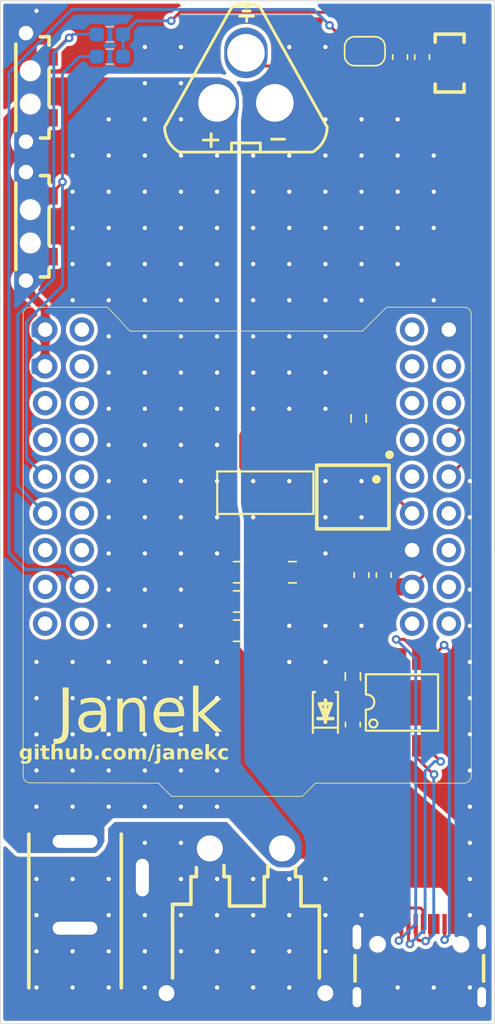
<source format=kicad_pcb>
(kicad_pcb (version 20241229) (generator "pcbnew") (generator_version "9.0")
  (layers (0 "F.Cu" signal) (2 "B.Cu" signal) (13 "F.Paste" user) (15 "B.Paste" user) (5 "F.SilkS" user "F.Silkscreen") (7 "B.SilkS" user "B.Silkscreen") (1 "F.Mask" user) (3 "B.Mask" user) (25 "Edge.Cuts" user))
  (net 0 "")
  (net 1 "+5V")
  (net 2 "GND")
  (net 3 "VBUS")
  (net 4 "Net-(JP2-B)")
  (net 5 "+3.3V")
  (net 6 "IO32{slash}MIC DATA")
  (net 7 "IO12{slash}MIC CLK")
  (net 8 "LED DATA OUT")
  (net 9 "Net-(U5-1Y)")
  (net 10 "IO33{slash}MAINBUTTON")
  (net 11 "IO34{slash}SECOND BUTTON")
  (net 12 "Net-(U3-CFG1)")
  (net 38 "IO16{slash}LED1")
  (net 39 "DP")
  (net 42 "CC2")
  (net 44 "CC1")
  (net 45 "DM")
  (footprint "easyeda2kicad:ESSOP-10_L4.9-W3.9-P1.0-LS6.0-TL-EP" (layer "F.Cu") (at 174.8 81.9)
    (property "Reference" "U3" (hide yes))
    (property "Value" "CH224A" (hide yes))
  )
  (footprint "Capacitor_SMD:C_0805_2012Metric_Pad1.18x1.45mm_HandSolder" (layer "F.Cu") (at 163.4 74.92)
    (property "Reference" "C4" (hide yes))
    (property "Value" "22uF" (hide yes))
  )
  (footprint "quinled:QuinLED-ESP32" (layer "F.Cu") (at 164.1716 70.7096)
    (property "Reference" "U1" (hide yes))
    (property "Value" "QuinLED-ESP32" (hide yes))
  )
  (footprint "Capacitor_SMD:C_0805_2012Metric_Pad1.18x1.45mm_HandSolder" (layer "F.Cu") (at 167.22 72.9)
    (property "Reference" "C7" (hide yes))
    (property "Value" "10uF" (hide yes))
  )
  (footprint "easyeda2kicad:SOD-123_L2.6-W1.6-LS3.5-RD" (layer "F.Cu") (at 169.5 82.59 90)
    (property "Reference" "D1" (hide yes))
    (property "Value" "SMF30A_C364281" (hide yes))
  )
  (footprint "Jumper:SolderJumper-2_P1.3mm_Bridged_RoundedPad1.0x1.5mm" (layer "F.Cu") (at 172.23 36.89)
    (property "Reference" "JP2" (hide yes))
    (property "Value" "SolderJumper_2_Bridged" (hide yes))
  )
  (footprint "Capacitor_SMD:C_0805_2012Metric_Pad1.18x1.45mm_HandSolder" (layer "F.Cu") (at 163.4 76.94)
    (property "Reference" "C5" (hide yes))
    (property "Value" "22uF" (hide yes))
  )
  (footprint "easyeda2kicad:KEY-TH_K2-1112SW-AXXW-XX" (layer "F.Cu") (at 149.57 48.99 180)
    (property "Reference" "SW2" (hide yes))
    (property "Value" "K2-1112SW-A4SW-04" (hide yes))
  )
  (footprint "Capacitor_SMD:C_0603_1608Metric_Pad1.08x0.95mm_HandSolder" (layer "F.Cu") (at 171.4 83.4275 90)
    (property "Reference" "C3" (hide yes))
    (property "Value" "1uF" (hide yes))
  )
  (footprint "easyeda2kicad:SOT-223-3_L6.5-W3.4-P2.30-LS7.0-BR" (layer "F.Cu") (at 165.34 67.5 -90)
    (property "Reference" "U4" (hide yes))
    (property "Value" "LM2940S-5.0" (hide yes))
  )
  (footprint "easyeda2kicad:KEY-TH_K2-1112SW-AXXW-XX" (layer "F.Cu") (at 149.57 39.39 180)
    (property "Reference" "SW3" (hide yes))
    (property "Value" "K2-1112SW-A4SW-04" (hide yes))
  )
  (footprint "Resistor_SMD:R_0603_1608Metric_Pad0.98x0.95mm_HandSolder" (layer "F.Cu") (at 171.8 62.27 -90)
    (property "Reference" "R1" (hide yes))
    (property "Value" "62R" (hide yes))
  )
  (footprint "Capacitor_SMD:C_0603_1608Metric_Pad1.08x0.95mm_HandSolder" (layer "F.Cu") (at 173.54 73.1 90)
    (property "Reference" "C1" (hide yes))
    (property "Value" "0.1uF" (hide yes))
  )
  (footprint "Capacitor_SMD:C_0603_1608Metric_Pad1.08x0.95mm_HandSolder" (layer "F.Cu") (at 176.19 37.29 90)
    (property "Reference" "C9" (hide yes))
    (property "Value" "0.1uF" (hide yes))
  )
  (footprint "Capacitor_SMD:C_0603_1608Metric_Pad1.08x0.95mm_HandSolder" (layer "F.Cu") (at 172 73.1 -90)
    (property "Reference" "C2" (hide yes))
    (property "Value" "0.1uF" (hide yes))
  )
  (footprint "easyeda2kicad:USB-C-SMD_TYPE-C16PIN" (layer "F.Cu") (at 176 99.905)
    (property "Reference" "USB1" (hide yes))
    (property "Value" "TYPE-C16PIN" (hide yes))
  )
  (footprint "easyeda2kicad:CONN-TH_XT30PW-M" (layer "F.Cu") (at 164 96.9875)
    (property "Reference" "CN1" (hide yes))
    (property "Value" "XT30PW-M" (hide yes))
  )
  (footprint "Resistor_SMD:R_0603_1608Metric_Pad0.98x0.95mm_HandSolder" (layer "F.Cu") (at 171.4 80.1 90)
    (property "Reference" "Rset1" (hide yes))
    (property "Value" "24k" (hide yes))
  )
  (footprint "easyeda2kicad:TSSOP-14_L5.0-W4.4-P0.65-LS6.5-BL" (layer "F.Cu") (at 171.4 67.7 180)
    (property "Reference" "U5" (hide yes))
    (property "Value" "SN74AHCT32QPWRQ1" (hide yes))
  )
  (footprint "easyeda2kicad:CONN-TH_MT30-M" (layer "F.Cu") (at 164 38.73 -90)
    (property "Reference" "U2" (hide yes))
    (property "Value" "MT30-F" (hide yes))
  )
  (footprint "easyeda2kicad:DC-IN-TH_DC-005-A200" (layer "F.Cu") (at 154.5 94.5 90)
    (property "Reference" "DC1" (hide yes))
    (property "Value" "DC-005-A200" (hide yes))
  )
  (footprint "easyeda2kicad:MIC-SMD_6P-L4.0-W2.0_LMD4020T261-OC3" (layer "F.Cu") (at 178.11 37.71 180)
    (property "Reference" "MIC2" (hide yes))
    (property "Value" "MSM261DGT003" (hide yes))
  )
  (footprint "Capacitor_SMD:C_0805_2012Metric_Pad1.18x1.45mm_HandSolder" (layer "F.Cu") (at 163.4 72.9)
    (property "Reference" "C6" (hide yes))
    (property "Value" "10uF" (hide yes))
  )
  (footprint "Capacitor_SMD:C_0603_1608Metric_Pad1.08x0.95mm_HandSolder" (layer "F.Cu") (at 174.67 37.29 90)
    (property "Reference" "C8" (hide yes))
    (property "Value" "1uF" (hide yes))
  )
  (footprint "Resistor_SMD:R_0603_1608Metric_Pad0.98x0.95mm_HandSolder" (layer "B.Cu") (at 154.58 35.72)
    (property "Reference" "R15" (hide yes))
    (property "Value" "10k" (hide yes))
  )
  (footprint "Resistor_SMD:R_0603_1608Metric_Pad0.98x0.95mm_HandSolder" (layer "B.Cu") (at 154.58 37.26)
    (property "Reference" "R14" (hide yes))
    (property "Value" "10k" (hide yes))
  )
  (gr_rect (start 147 33.4) (end 181.2 104.1) (stroke (width 0.05)) (fill no) (layer "Edge.Cuts"))
  (gr_text "Janek" (at 150.9 84.43 0) (layer "F.SilkS") (effects (font (size 3 3) (thickness 0.1)) (justify left bottom)))
  (gr_text "github.com/janekc" (at 148.275 86.005 0) (layer "F.SilkS") (effects (font (size 1 1) (thickness 0.2) (bold yes)) (justify left bottom)))
  (segment (start 159.42 34.2) (end 178.24 34.2) (width 0.2) (layer "F.Cu") (net 1))
  (segment (start 173.35 70.63) (end 173.35 70.033) (width 0.2) (layer "F.Cu") (net 1))
  (segment (start 180.6 36.56) (end 180.6 70.67576) (width 0.2) (layer "F.Cu") (net 1))
  (segment (start 167.64 72.2825) (end 168.2575 72.9) (width 1.2) (layer "F.Cu") (net 1))
  (segment (start 168.41 69.7) (end 167.64 70.47) (width 0.2) (layer "F.Cu") (net 1))
  (segment (start 173.017 69.7) (end 168.41 69.7) (width 0.2) (layer "F.Cu") (net 1))
  (segment (start 173.35 70.033) (end 173.017 69.7) (width 0.2) (layer "F.Cu") (net 1))
  (segment (start 178.64576 72.63) (end 176.78 72.63) (width 0.2) (layer "F.Cu") (net 1))
  (segment (start 176.78 72.63) (end 175.5 73.91) (width 0.2) (layer "F.Cu") (net 1))
  (segment (start 175.5 73.91) (end 169.2675 73.91) (width 1.2) (layer "F.Cu") (net 1))
  (segment (start 178.24 34.2) (end 180.6 36.56) (width 0.2) (layer "F.Cu") (net 1))
  (segment (start 169.2675 73.91) (end 168.2575 72.9) (width 1.2) (layer "F.Cu") (net 1))
  (segment (start 158.83 34.79) (end 159.42 34.2) (width 0.2) (layer "F.Cu") (net 1))
  (segment (start 167.64 70.47) (end 167.64 72.2825) (width 1.2) (layer "F.Cu") (net 1))
  (segment (start 180.6 70.67576) (end 178.64576 72.63) (width 0.2) (layer "F.Cu") (net 1))
  (via (at 158.83 34.79) (size 0.6) (drill 0.3) (layers "F.Cu" "B.Cu") (net 1))
  (segment (start 156.4225 34.79) (end 158.83 34.79) (width 0.2) (layer "B.Cu") (net 1))
  (segment (start 155.4925 35.72) (end 156.4225 34.79) (width 0.2) (layer "B.Cu") (net 1))
  (segment (start 155.4925 35.72) (end 155.4925 37.26) (width 0.2) (layer "B.Cu") (net 1))
  (segment (start 148.77 45.24) (end 148.77 43.09) (width 0.6) (layer "F.Cu") (net 2))
  (segment (start 148.77 53.37) (end 148.77 52.74) (width 0.2) (layer "F.Cu") (net 2))
  (segment (start 150.37 51.14) (end 148.77 52.74) (width 0.6) (layer "F.Cu") (net 2))
  (segment (start 150.37 51.09) (end 150.37 51.14) (width 0.6) (layer "F.Cu") (net 2))
  (segment (start 150.1 58.67) (end 150.1 54.7) (width 0.6) (layer "F.Cu") (net 2))
  (segment (start 150.1 54.7) (end 148.77 53.37) (width 0.6) (layer "F.Cu") (net 2))
  (segment (start 148.77 43.09) (end 150.37 41.49) (width 0.6) (layer "F.Cu") (net 2))
  (via (at 169.5 79.1) (size 0.6) (drill 0.3) (layers "F.Cu" "B.Cu") (net 2))
  (via (at 152 101.6) (size 0.6) (drill 0.3) (layers "F.Cu" "B.Cu") (net 2))
  (via (at 164.5 69.1) (size 0.6) (drill 0.3) (layers "F.Cu" "B.Cu") (net 2))
  (via (at 154.5 99.1) (size 0.6) (drill 0.3) (layers "F.Cu" "B.Cu") (net 2))
  (via (at 159.5 36.6) (size 0.6) (drill 0.3) (layers "F.Cu" "B.Cu") (net 2))
  (via (at 167 36.6) (size 0.6) (drill 0.3) (layers "F.Cu" "B.Cu") (net 2))
  (via (at 159.5 91.6) (size 0.6) (drill 0.3) (layers "F.Cu" "B.Cu") (net 2))
  (via (at 167 66.6) (size 0.6) (drill 0.3) (layers "F.Cu" "B.Cu") (net 2))
  (via (at 149.5 96.6) (size 0.6) (drill 0.3) (layers "F.Cu" "B.Cu") (net 2))
  (via (at 164.5 56.6) (size 0.6) (drill 0.3) (layers "F.Cu" "B.Cu") (net 2))
  (via (at 157 91.6) (size 0.6) (drill 0.3) (layers "F.Cu" "B.Cu") (net 2))
  (via (at 169.5 61.6) (size 0.6) (drill 0.3) (layers "F.Cu" "B.Cu") (net 2))
  (via (at 159.5 96.6) (size 0.6) (drill 0.3) (layers "F.Cu" "B.Cu") (net 2))
  (via (at 169.5 71.6) (size 0.6) (drill 0.3) (layers "F.Cu" "B.Cu") (net 2))
  (via (at 172 69.1) (size 0.6) (drill 0.3) (layers "F.Cu" "B.Cu") (net 2))
  (via (at 169.5 96.6) (size 0.6) (drill 0.3) (layers "F.Cu" "B.Cu") (net 2))
  (via (at 167 51.6) (size 0.6) (drill 0.3) (layers "F.Cu" "B.Cu") (net 2))
  (via (at 179.5 81.6) (size 0.6) (drill 0.3) (layers "F.Cu" "B.Cu") (net 2))
  (via (at 179.5 69.1) (size 0.6) (drill 0.3) (layers "F.Cu" "B.Cu") (net 2))
  (via (at 174.5 51.6) (size 0.6) (drill 0.3) (layers "F.Cu" "B.Cu") (net 2))
  (via (at 177 46.6) (size 0.6) (drill 0.3) (layers "F.Cu" "B.Cu") (net 2))
  (via (at 164.5 59.1) (size 0.6) (drill 0.3) (layers "F.Cu" "B.Cu") (net 2))
  (via (at 172 49.1) (size 0.6) (drill 0.3) (layers "F.Cu" "B.Cu") (net 2))
  (via (at 172 41.6) (size 0.6) (drill 0.3) (layers "F.Cu" "B.Cu") (net 2))
  (via (at 169.5 36.6) (size 0.6) (drill 0.3) (layers "F.Cu" "B.Cu") (net 2))
  (via (at 169.5 51.6) (size 0.6) (drill 0.3) (layers "F.Cu" "B.Cu") (net 2))
  (via (at 172 46.6) (size 0.6) (drill 0.3) (layers "F.Cu" "B.Cu") (net 2))
  (via (at 162 99.1) (size 0.6) (drill 0.3) (layers "F.Cu" "B.Cu") (net 2))
  (via (at 154.5 94.1) (size 0.6) (drill 0.3) (layers "F.Cu" "B.Cu") (net 2))
  (via (at 164.5 46.6) (size 0.6) (drill 0.3) (layers "F.Cu" "B.Cu") (net 2))
  (via (at 179.5 66.6) (size 0.6) (drill 0.3) (layers "F.Cu" "B.Cu") (net 2))
  (via (at 164.5 66.6) (size 0.6) (drill 0.3) (layers "F.Cu" "B.Cu") (net 2))
  (via (at 149.5 99.1) (size 0.6) (drill 0.3) (layers "F.Cu" "B.Cu") (net 2))
  (via (at 179.5 74.1) (size 0.6) (drill 0.3) (layers "F.Cu" "B.Cu") (net 2))
  (via (at 179.5 101.6) (size 0.6) (drill 0.3) (layers "F.Cu" "B.Cu") (net 2))
  (via (at 157 36.6) (size 0.6) (drill 0.3) (layers "F.Cu" "B.Cu") (net 2))
  (via (at 172 54.1) (size 0.6) (drill 0.3) (layers "F.Cu" "B.Cu") (net 2))
  (via (at 157 96.6) (size 0.6) (drill 0.3) (layers "F.Cu" "B.Cu") (net 2))
  (via (at 167 94.1) (size 0.6) (drill 0.3) (layers "F.Cu" "B.Cu") (net 2))
  (via (at 164.5 54.1) (size 0.6) (drill 0.3) (layers "F.Cu" "B.Cu") (net 2))
  (via (at 169.5 49.1) (size 0.6) (drill 0.3) (layers "F.Cu" "B.Cu") (net 2))
  (via (at 177 54.1) (size 0.6) (drill 0.3) (layers "F.Cu" "B.Cu") (net 2))
  (via (at 169.5 46.6) (size 0.6) (drill 0.3) (layers "F.Cu" "B.Cu") (net 2))
  (via (at 174.5 101.6) (size 0.6) (drill 0.3) (layers "F.Cu" "B.Cu") (net 2))
  (via (at 179.5 86.6) (size 0.6) (drill 0.3) (layers "F.Cu" "B.Cu") (net 2))
  (via (at 179.5 79.1) (size 0.6) (drill 0.3) (layers "F.Cu" "B.Cu") (net 2))
  (via (at 162 94.1) (size 0.6) (drill 0.3) (layers "F.Cu" "B.Cu") (net 2))
  (via (at 167 101.6) (size 0.6) (drill 0.3) (layers "F.Cu" "B.Cu") (net 2))
  (via (at 177 49.1) (size 0.6) (drill 0.3) (layers "F.Cu" "B.Cu") (net 2))
  (via (at 167 59.1) (size 0.6) (drill 0.3) (layers "F.Cu" "B.Cu") (net 2))
  (via (at 167 96.6) (size 0.6) (drill 0.3) (layers "F.Cu" "B.Cu") (net 2))
  (via (at 152 94.1) (size 0.6) (drill 0.3) (layers "F.Cu" "B.Cu") (net 2))
  (via (at 174.5 46.6) (size 0.6) (drill 0.3) (layers "F.Cu" "B.Cu") (net 2))
  (via (at 174.5 41.6) (size 0.6) (drill 0.3) (layers "F.Cu" "B.Cu") (net 2))
  (via (at 179.5 84.1) (size 0.6) (drill 0.3) (layers "F.Cu" "B.Cu") (net 2))
  (via (at 164.5 44.1) (size 0.6) (drill 0.3) (layers "F.Cu" "B.Cu") (net 2))
  (via (at 172 51.6) (size 0.6) (drill 0.3) (layers "F.Cu" "B.Cu") (net 2))
  (via (at 164.5 101.6) (size 0.6) (drill 0.3) (layers "F.Cu" "B.Cu") (net 2))
  (via (at 154.5 101.6) (size 0.6) (drill 0.3) (layers "F.Cu" "B.Cu") (net 2))
  (via (at 179.5 89.1) (size 0.6) (drill 0.3) (layers "F.Cu" "B.Cu") (net 2))
  (via (at 169.5 66.6) (size 0.6) (drill 0.3) (layers "F.Cu" "B.Cu") (net 2))
  (via (at 149.5 34.1) (size 0.6) (drill 0.3) (layers "F.Cu" "B.Cu") (net 2))
  (via (at 179.5 96.6) (size 0.6) (drill 0.3) (layers "F.Cu" "B.Cu") (net 2))
  (via (at 172 66.6) (size 0.6) (drill 0.3) (layers "F.Cu" "B.Cu") (net 2))
  (via (at 157 101.6) (size 0.6) (drill 0.3) (layers "F.Cu" "B.Cu") (net 2))
  (via (at 167 99.1) (size 0.6) (drill 0.3) (layers "F.Cu" "B.Cu") (net 2))
  (via (at 152 99.1) (size 0.6) (drill 0.3) (layers "F.Cu" "B.Cu") (net 2))
  (via (at 167 79.1) (size 0.6) (drill 0.3) (layers "F.Cu" "B.Cu") (net 2))
  (via (at 169.5 54.1) (size 0.6) (drill 0.3) (layers "F.Cu" "B.Cu") (net 2))
  (via (at 159.5 99.1) (size 0.6) (drill 0.3) (layers "F.Cu" "B.Cu") (net 2))
  (via (at 162 96.6) (size 0.6) (drill 0.3) (layers "F.Cu" "B.Cu") (net 2))
  (via (at 167 76.6) (size 0.6) (drill 0.3) (layers "F.Cu" "B.Cu") (net 2))
  (via (at 167 46.6) (size 0.6) (drill 0.3) (layers "F.Cu" "B.Cu") (net 2))
  (via (at 172 76.6) (size 0.6) (drill 0.3) (layers "F.Cu" "B.Cu") (net 2))
  (via (at 172 44.1) (size 0.6) (drill 0.3) (layers "F.Cu" "B.Cu") (net 2))
  (via (at 174.5 49.1) (size 0.6) (drill 0.3) (layers "F.Cu" "B.Cu") (net 2))
  (via (at 167 49.1) (size 0.6) (drill 0.3) (layers "F.Cu" "B.Cu") (net 2))
  (via (at 162 101.6) (size 0.6) (drill 0.3) (layers "F.Cu" "B.Cu") (net 2))
  (via (at 169.5 56.6) (size 0.6) (drill 0.3) (layers "F.Cu" "B.Cu") (net 2))
  (via (at 169.5 69.1) (size 0.6) (drill 0.3) (layers "F.Cu" "B.Cu") (net 2))
  (via (at 167 44.1) (size 0.6) (drill 0.3) (layers "F.Cu" "B.Cu") (net 2))
  (via (at 169.5 76.6) (size 0.6) (drill 0.3) (layers "F.Cu" "B.Cu") (net 2))
  (via (at 169.5 59.1) (size 0.6) (drill 0.3) (layers "F.Cu" "B.Cu") (net 2))
  (via (at 174.5 44.1) (size 0.6) (drill 0.3) (layers "F.Cu" "B.Cu") (net 2))
  (via (at 179.5 76.6) (size 0.6) (drill 0.3) (layers "F.Cu" "B.Cu") (net 2))
  (via (at 149.5 94.1) (size 0.6) (drill 0.3) (layers "F.Cu" "B.Cu") (net 2))
  (via (at 177 44.1) (size 0.6) (drill 0.3) (layers "F.Cu" "B.Cu") (net 2))
  (via (at 169.5 41.6) (size 0.6) (drill 0.3) (layers "F.Cu" "B.Cu") (net 2))
  (via (at 149.5 101.6) (size 0.6) (drill 0.3) (layers "F.Cu" "B.Cu") (net 2))
  (via (at 164.5 99.1) (size 0.6) (drill 0.3) (layers "F.Cu" "B.Cu") (net 2))
  (via (at 169.5 94.1) (size 0.6) (drill 0.3) (layers "F.Cu" "B.Cu") (net 2))
  (via (at 164.5 96.6) (size 0.6) (drill 0.3) (layers "F.Cu" "B.Cu") (net 2))
  (via (at 164.5 49.1) (size 0.6) (drill 0.3) (layers "F.Cu" "B.Cu") (net 2))
  (via (at 172 96.6) (size 0.6) (drill 0.3) (layers "F.Cu" "B.Cu") (net 2))
  (via (at 164.5 61.6) (size 0.6) (drill 0.3) (layers "F.Cu" "B.Cu") (net 2))
  (via (at 167 54.1) (size 0.6) (drill 0.3) (layers "F.Cu" "B.Cu") (net 2))
  (via (at 167 56.6) (size 0.6) (drill 0.3) (layers "F.Cu" "B.Cu") (net 2))
  (via (at 164.5 94.1) (size 0.6) (drill 0.3) (layers "F.Cu" "B.Cu") (net 2))
  (via (at 157 99.1) (size 0.6) (drill 0.3) (layers "F.Cu" "B.Cu") (net 2))
  (via (at 159.5 94.1) (size 0.6) (drill 0.3) (layers "F.Cu" "B.Cu") (net 2))
  (via (at 177 101.6) (size 0.6) (drill 0.3) (layers "F.Cu" "B.Cu") (net 2))
  (via (at 179.5 94.1) (size 0.6) (drill 0.3) (layers "F.Cu" "B.Cu") (net 2))
  (via (at 179.5 91.6) (size 0.6) (drill 0.3) (layers "F.Cu" "B.Cu") (net 2))
  (via (at 169.5 99.1) (size 0.6) (drill 0.3) (layers "F.Cu" "B.Cu") (net 2))
  (via (at 164.5 51.6) (size 0.6) (drill 0.3) (layers "F.Cu" "B.Cu") (net 2))
  (via (at 169.5 44.1) (size 0.6) (drill 0.3) (layers "F.Cu" "B.Cu") (net 2))
  (via (at 154.5 96.6) (size 0.6) (drill 0.3) (layers "F.Cu" "B.Cu") (net 2))
  (via (at 167 61.6) (size 0.6) (drill 0.3) (layers "F.Cu" "B.Cu") (net 2))
  (segment (start 172.8 84.151) (end 172.8 84.9) (width 0.2) (layer "F.Cu") (net 3))
  (segment (start 176.7 80) (end 177.2 80.5) (width 0.2) (layer "F.Cu") (net 3))
  (segment (start 173.102 83.849) (end 172.8 84.151) (width 0.2) (layer "F.Cu") (net 3))
  (segment (start 174.8 79.552) (end 175.248 80) (width 0.2) (layer "F.Cu") (net 3))
  (segment (start 176.551 83.849) (end 173.102 83.849) (width 0.2) (layer "F.Cu") (net 3))
  (segment (start 177.2 83.2) (end 176.551 83.849) (width 0.2) (layer "F.Cu") (net 3))
  (segment (start 175.248 80) (end 176.7 80) (width 0.2) (layer "F.Cu") (net 3))
  (segment (start 174.8 78.9) (end 174.8 79.552) (width 0.2) (layer "F.Cu") (net 3))
  (segment (start 177.2 80.5) (end 177.2 83.2) (width 0.2) (layer "F.Cu") (net 3))
  (via (at 157 79.1) (size 0.6) (drill 0.3) (layers "F.Cu" "B.Cu") (net 3))
  (via (at 159.5 71.6) (size 0.6) (drill 0.3) (layers "F.Cu" "B.Cu") (net 3))
  (via (at 157 71.6) (size 0.6) (drill 0.3) (layers "F.Cu" "B.Cu") (net 3))
  (via (at 159.5 41.6) (size 0.6) (drill 0.3) (layers "F.Cu" "B.Cu") (net 3))
  (via (at 159.5 39.1) (size 0.6) (drill 0.3) (layers "F.Cu" "B.Cu") (net 3))
  (via (at 157 41.6) (size 0.6) (drill 0.3) (layers "F.Cu" "B.Cu") (net 3))
  (via (at 149.5 81.6) (size 0.6) (drill 0.3) (layers "F.Cu" "B.Cu") (net 3))
  (via (at 154.5 86.6) (size 0.6) (drill 0.3) (layers "F.Cu" "B.Cu") (net 3))
  (via (at 157 39.1) (size 0.6) (drill 0.3) (layers "F.Cu" "B.Cu") (net 3))
  (via (at 159.5 89.1) (size 0.6) (drill 0.3) (layers "F.Cu" "B.Cu") (net 3))
  (via (at 159.5 84.1) (size 0.6) (drill 0.3) (layers "F.Cu" "B.Cu") (net 3))
  (via (at 159.5 66.6) (size 0.6) (drill 0.3) (layers "F.Cu" "B.Cu") (net 3))
  (via (at 157 56.6) (size 0.6) (drill 0.3) (layers "F.Cu" "B.Cu") (net 3))
  (via (at 159.5 46.6) (size 0.6) (drill 0.3) (layers "F.Cu" "B.Cu") (net 3))
  (via (at 157 66.6) (size 0.6) (drill 0.3) (layers "F.Cu" "B.Cu") (net 3))
  (via (at 152 86.6) (size 0.6) (drill 0.3) (layers "F.Cu" "B.Cu") (net 3))
  (via (at 159.5 54.1) (size 0.6) (drill 0.3) (layers "F.Cu" "B.Cu") (net 3))
  (via (at 159.5 59.1) (size 0.6) (drill 0.3) (layers "F.Cu" "B.Cu") (net 3))
  (via (at 154.5 74.1) (size 0.6) (drill 0.3) (layers "F.Cu" "B.Cu") (net 3))
  (via (at 157 49.1) (size 0.6) (drill 0.3) (layers "F.Cu" "B.Cu") (net 3))
  (via (at 162 71.6) (size 0.6) (drill 0.3) (layers "F.Cu" "B.Cu") (net 3))
  (via (at 162 66.6) (size 0.6) (drill 0.3) (layers "F.Cu" "B.Cu") (net 3))
  (via (at 162 61.6) (size 0.6) (drill 0.3) (layers "F.Cu" "B.Cu") (net 3))
  (via (at 154.5 64.1) (size 0.6) (drill 0.3) (layers "F.Cu" "B.Cu") (net 3))
  (via (at 157 61.6) (size 0.6) (drill 0.3) (layers "F.Cu" "B.Cu") (net 3))
  (via (at 157 84.1) (size 0.6) (drill 0.3) (layers "F.Cu" "B.Cu") (net 3))
  (via (at 162 54.1) (size 0.6) (drill 0.3) (layers "F.Cu" "B.Cu") (net 3))
  (via (at 157 86.6) (size 0.6) (drill 0.3) (layers "F.Cu" "B.Cu") (net 3))
  (via (at 159.5 64.1) (size 0.6) (drill 0.3) (layers "F.Cu" "B.Cu") (net 3))
  (via (at 159.5 61.6) (size 0.6) (drill 0.3) (layers "F.Cu" "B.Cu") (net 3))
  (via (at 154.5 89.1) (size 0.6) (drill 0.3) (layers "F.Cu" "B.Cu") (net 3))
  (via (at 157 54.1) (size 0.6) (drill 0.3) (layers "F.Cu" "B.Cu") (net 3))
  (via (at 154.5 41.6) (size 0.6) (drill 0.3) (layers "F.Cu" "B.Cu") (net 3))
  (via (at 149.5 79.1) (size 0.6) (drill 0.3) (layers "F.Cu" "B.Cu") (net 3))
  (via (at 154.5 59.1) (size 0.6) (drill 0.3) (layers "F.Cu" "B.Cu") (net 3))
  (via (at 162 59.1) (size 0.6) (drill 0.3) (layers "F.Cu" "B.Cu") (net 3))
  (via (at 162 49.1) (size 0.6) (drill 0.3) (layers "F.Cu" "B.Cu") (net 3))
  (via (at 154.5 76.6) (size 0.6) (drill 0.3) (layers "F.Cu" "B.Cu") (net 3))
  (via (at 154.5 71.6) (size 0.6) (drill 0.3) (layers "F.Cu" "B.Cu") (net 3))
  (via (at 154.5 44.1) (size 0.6) (drill 0.3) (layers "F.Cu" "B.Cu") (net 3))
  (via (at 149.5 86.6) (size 0.6) (drill 0.3) (layers "F.Cu" "B.Cu") (net 3))
  (via (at 154.5 79.1) (size 0.6) (drill 0.3) (layers "F.Cu" "B.Cu") (net 3))
  (via (at 159.5 81.6) (size 0.6) (drill 0.3) (layers "F.Cu" "B.Cu") (net 3))
  (via (at 154.5 84.1) (size 0.6) (drill 0.3) (layers "F.Cu" "B.Cu") (net 3))
  (via (at 162 81.6) (size 0.6) (drill 0.3) (layers "F.Cu" "B.Cu") (net 3))
  (via (at 157 69.1) (size 0.6) (drill 0.3) (layers "F.Cu" "B.Cu") (net 3))
  (via (at 152 54.1) (size 0.6) (drill 0.3) (layers "F.Cu" "B.Cu") (net 3))
  (via (at 152 79.1) (size 0.6) (drill 0.3) (layers "F.Cu" "B.Cu") (net 3))
  (via (at 162 86.6) (size 0.6) (drill 0.3) (layers "F.Cu" "B.Cu") (net 3))
  (via (at 152 51.6) (size 0.6) (drill 0.3) (layers "F.Cu" "B.Cu") (net 3))
  (via (at 154.5 56.6) (size 0.6) (drill 0.3) (layers "F.Cu" "B.Cu") (net 3))
  (via (at 157 64.1) (size 0.6) (drill 0.3) (layers "F.Cu" "B.Cu") (net 3))
  (via (at 159.5 79.1) (size 0.6) (drill 0.3) (layers "F.Cu" "B.Cu") (net 3))
  (via (at 162 84.1) (size 0.6) (drill 0.3) (layers "F.Cu" "B.Cu") (net 3))
  (via (at 159.5 51.6) (size 0.6) (drill 0.3) (layers "F.Cu" "B.Cu") (net 3))
  (via (at 154.5 61.6) (size 0.6) (drill 0.3) (layers "F.Cu" "B.Cu") (net 3))
  (via (at 157 44.1) (size 0.6) (drill 0.3) (layers "F.Cu" "B.Cu") (net 3))
  (via (at 159.5 74.1) (size 0.6) (drill 0.3) (layers "F.Cu" "B.Cu") (net 3))
  (via (at 157 76.6) (size 0.6) (drill 0.3) (layers "F.Cu" "B.Cu") (net 3))
  (via (at 157 74.1) (size 0.6) (drill 0.3) (layers "F.Cu" "B.Cu") (net 3))
  (via (at 154.5 81.6) (size 0.6) (drill 0.3) (layers "F.Cu" "B.Cu") (net 3))
  (via (at 159.5 56.6) (size 0.6) (drill 0.3) (layers "F.Cu" "B.Cu") (net 3))
  (via (at 152 84.1) (size 0.6) (drill 0.3) (layers "F.Cu" "B.Cu") (net 3))
  (via (at 152 49.1) (size 0.6) (drill 0.3) (layers "F.Cu" "B.Cu") (net 3))
  (via (at 162 51.6) (size 0.6) (drill 0.3) (layers "F.Cu" "B.Cu") (net 3))
  (via (at 152 89.1) (size 0.6) (drill 0.3) (layers "F.Cu" "B.Cu") (net 3))
  (via (at 162 44.1) (size 0.6) (drill 0.3) (layers "F.Cu" "B.Cu") (net 3))
  (via (at 157 46.6) (size 0.6) (drill 0.3) (layers "F.Cu" "B.Cu") (net 3))
  (via (at 162 64.1) (size 0.6) (drill 0.3) (layers "F.Cu" "B.Cu") (net 3))
  (via (at 162 79.1) (size 0.6) (drill 0.3) (layers "F.Cu" "B.Cu") (net 3))
  (via (at 162 46.6) (size 0.6) (drill 0.3) (layers "F.Cu" "B.Cu") (net 3))
  (via (at 154.5 69.1) (size 0.6) (drill 0.3) (layers "F.Cu" "B.Cu") (net 3))
  (via (at 159.5 86.6) (size 0.6) (drill 0.3) (layers "F.Cu" "B.Cu") (net 3))
  (via (at 157 89.1) (size 0.6) (drill 0.3) (layers "F.Cu" "B.Cu") (net 3))
  (via (at 154.5 46.6) (size 0.6) (drill 0.3) (layers "F.Cu" "B.Cu") (net 3))
  (via (at 149.5 89.1) (size 0.6) (drill 0.3) (layers "F.Cu" "B.Cu") (net 3))
  (via (at 152 81.6) (size 0.6) (drill 0.3) (layers "F.Cu" "B.Cu") (net 3))
  (via (at 162 56.6) (size 0.6) (drill 0.3) (layers "F.Cu" "B.Cu") (net 3))
  (via (at 154.5 54.1) (size 0.6) (drill 0.3) (layers "F.Cu" "B.Cu") (net 3))
  (via (at 159.5 49.1) (size 0.6) (drill 0.3) (layers "F.Cu" "B.Cu") (net 3))
  (via (at 159.5 44.1) (size 0.6) (drill 0.3) (layers "F.Cu" "B.Cu") (net 3))
  (via (at 149.5 84.1) (size 0.6) (drill 0.3) (layers "F.Cu" "B.Cu") (net 3))
  (via (at 162 69.1) (size 0.6) (drill 0.3) (layers "F.Cu" "B.Cu") (net 3))
  (via (at 154.5 51.6) (size 0.6) (drill 0.3) (layers "F.Cu" "B.Cu") (net 3))
  (via (at 162 89.1) (size 0.6) (drill 0.3) (layers "F.Cu" "B.Cu") (net 3))
  (via (at 159.5 69.1) (size 0.6) (drill 0.3) (layers "F.Cu" "B.Cu") (net 3))
  (via (at 159.5 76.6) (size 0.6) (drill 0.3) (layers "F.Cu" "B.Cu") (net 3))
  (via (at 157 59.1) (size 0.6) (drill 0.3) (layers "F.Cu" "B.Cu") (net 3))
  (via (at 157 51.6) (size 0.6) (drill 0.3) (layers "F.Cu" "B.Cu") (net 3))
  (via (at 152 46.6) (size 0.6) (drill 0.3) (layers "F.Cu" "B.Cu") (net 3))
  (via (at 154.5 49.1) (size 0.6) (drill 0.3) (layers "F.Cu" "B.Cu") (net 3))
  (via (at 152 44.1) (size 0.6) (drill 0.3) (layers "F.Cu" "B.Cu") (net 3))
  (via (at 157 81.6) (size 0.6) (drill 0.3) (layers "F.Cu" "B.Cu") (net 3))
  (via (at 154.5 66.6) (size 0.6) (drill 0.3) (layers "F.Cu" "B.Cu") (net 3))
  (segment (start 172.88 36.89) (end 174.2075 36.89) (width 0.2) (layer "F.Cu") (net 4))
  (segment (start 174.67 36.4275) (end 177.1875 36.4275) (width 0.2) (layer "F.Cu") (net 4))
  (segment (start 174.2075 36.89) (end 174.67 36.4275) (width 0.2) (layer "F.Cu") (net 4))
  (segment (start 177.1875 36.4275) (end 177.53 36.77) (width 0.2) (layer "F.Cu") (net 4))
  (segment (start 169.79 35.1) (end 171.58 36.89) (width 0.2) (layer "F.Cu") (net 5))
  (via (at 169.79 35.1) (size 0.6) (drill 0.3) (layers "F.Cu" "B.Cu") (net 5))
  (segment (start 151.96605 34.001) (end 147.601 38.36605) (width 0.2) (layer "B.Cu") (net 5))
  (segment (start 147.601 38.36605) (end 147.601 71.581) (width 0.2) (layer "B.Cu") (net 5))
  (segment (start 168.691 34.001) (end 151.96605 34.001) (width 0.2) (layer "B.Cu") (net 5))
  (segment (start 151.436 72.706) (end 152.64 73.91) (width 0.2) (layer "B.Cu") (net 5))
  (segment (start 148.726 72.706) (end 151.436 72.706) (width 0.2) (layer "B.Cu") (net 5))
  (segment (start 147.601 71.581) (end 148.726 72.706) (width 0.2) (layer "B.Cu") (net 5))
  (segment (start 169.79 35.1) (end 168.691 34.001) (width 0.2) (layer "B.Cu") (net 5))
  (segment (start 179.4 62.39) (end 179.4 40.52) (width 0.2) (layer "F.Cu") (net 6))
  (segment (start 179.4 40.52) (end 177.53 38.65) (width 0.2) (layer "F.Cu") (net 6))
  (segment (start 178.04 63.75) (end 179.4 62.39) (width 0.2) (layer "F.Cu") (net 6))
  (segment (start 178.04 66.29) (end 180 64.33) (width 0.2) (layer "F.Cu") (net 7))
  (segment (start 180 39.96) (end 178.69 38.65) (width 0.2) (layer "F.Cu") (net 7))
  (segment (start 180 64.33) (end 180 39.96) (width 0.2) (layer "F.Cu") (net 7))
  (segment (start 178.8 43.47) (end 174.54 39.21) (width 0.2) (layer "F.Cu") (net 8))
  (segment (start 164.91 37.91) (end 164 37) (width 0.2) (layer "F.Cu") (net 8))
  (segment (start 174.54 39.21) (end 170.1 39.21) (width 0.2) (layer "F.Cu") (net 8))
  (segment (start 168.8 37.91) (end 164.91 37.91) (width 0.2) (layer "F.Cu") (net 8))
  (segment (start 171.8 57.16) (end 178.8 50.16) (width 0.2) (layer "F.Cu") (net 8))
  (segment (start 171.8 61.3575) (end 171.8 57.16) (width 0.2) (layer "F.Cu") (net 8))
  (segment (start 178.8 50.16) (end 178.8 43.47) (width 0.2) (layer "F.Cu") (net 8))
  (segment (start 170.1 39.21) (end 168.8 37.91) (width 0.2) (layer "F.Cu") (net 8))
  (segment (start 172.05 63.4325) (end 171.8 63.1825) (width 0.2) (layer "F.Cu") (net 9))
  (segment (start 172.05 64.77) (end 172.05 63.4325) (width 0.2) (layer "F.Cu") (net 9))
  (segment (start 151.13 46.13) (end 150.37 46.89) (width 0.2) (layer "F.Cu") (net 10))
  (segment (start 151.3 45.92) (end 151.13 46.09) (width 0.2) (layer "F.Cu") (net 10))
  (segment (start 151.13 46.09) (end 151.13 46.13) (width 0.2) (layer "F.Cu") (net 10))
  (via (at 151.3 45.92) (size 0.6) (drill 0.3) (layers "F.Cu" "B.Cu") (net 10))
  (segment (start 150.1 66.29) (end 148.8 64.99) (width 0.2) (layer "B.Cu") (net 10))
  (segment (start 148.8 64.99) (end 148.8 55.6) (width 0.2) (layer "B.Cu") (net 10))
  (segment (start 152.47 37.26) (end 153.6675 37.26) (width 0.2) (layer "B.Cu") (net 10))
  (segment (start 151.3 45.92) (end 151.3 38.43) (width 0.2) (layer "B.Cu") (net 10))
  (segment (start 151.3 53.1) (end 151.3 45.92) (width 0.2) (layer "B.Cu") (net 10))
  (segment (start 151.3 38.43) (end 152.47 37.26) (width 0.2) (layer "B.Cu") (net 10))
  (segment (start 148.8 55.6) (end 151.3 53.1) (width 0.2) (layer "B.Cu") (net 10))
  (segment (start 151.76 35.97) (end 151.69 35.97) (width 0.2) (layer "F.Cu") (net 11))
  (segment (start 151.69 35.97) (end 150.37 37.29) (width 0.2) (layer "F.Cu") (net 11))
  (via (at 151.76 35.97) (size 0.6) (drill 0.3) (layers "F.Cu" "B.Cu") (net 11))
  (segment (start 150.699 52.601) (end 150.699 37.031) (width 0.2) (layer "B.Cu") (net 11))
  (segment (start 150.699 37.031) (end 151.76 35.97) (width 0.2) (layer "B.Cu") (net 11))
  (segment (start 148.2 55.1) (end 150.699 52.601) (width 0.2) (layer "B.Cu") (net 11))
  (segment (start 148.2 66.93) (end 148.2 55.1) (width 0.2) (layer "B.Cu") (net 11))
  (segment (start 150.1 68.83) (end 148.2 66.93) (width 0.2) (layer "B.Cu") (net 11))
  (segment (start 153.6675 35.72) (end 152.01 35.72) (width 0.2) (layer "B.Cu") (net 11))
  (segment (start 152.01 35.72) (end 151.76 35.97) (width 0.2) (layer "B.Cu") (net 11))
  (segment (start 171.4 79.1875) (end 172.2125 80) (width 0.2) (layer "F.Cu") (net 12))
  (segment (start 173.199 80) (end 173.8 79.399) (width 0.2) (layer "F.Cu") (net 12))
  (segment (start 172.2125 80) (end 173.199 80) (width 0.2) (layer "F.Cu") (net 12))
  (segment (start 173.8 79.399) (end 173.8 78.9) (width 0.2) (layer "F.Cu") (net 12))
  (segment (start 173.35 66.68) (end 173.35 64.77) (width 0.2) (layer "F.Cu") (net 38))
  (segment (start 175.5 68.83) (end 173.35 66.68) (width 0.2) (layer "F.Cu") (net 38))
  (segment (start 176.5445 98.35) (end 176.75 98.1445) (width 0.2) (layer "F.Cu") (net 39))
  (segment (start 177.02 86.87) (end 176.97 86.87) (width 0.2) (layer "F.Cu") (net 39))
  (segment (start 176.474147 98.35) (end 176.5445 98.35) (width 0.2) (layer "F.Cu") (net 39))
  (segment (start 176.75 98.1445) (end 176.75 97.205) (width 0.2) (layer "F.Cu") (net 39))
  (segment (start 175.8 85.7) (end 175.8 84.9) (width 0.2) (layer "F.Cu") (net 39))
  (segment (start 176.97 86.87) (end 175.8 85.7) (width 0.2) (layer "F.Cu") (net 39))
  (segment (start 175.75 98.1445) (end 175.9555 98.35) (width 0.2) (layer "F.Cu") (net 39))
  (segment (start 175.75 97.205) (end 175.75 98.1445) (width 0.2) (layer "F.Cu") (net 39))
  (segment (start 175.9555 98.35) (end 176.5445 98.35) (width 0.2) (layer "F.Cu") (net 39))
  (segment (start 176.432717 98.39143) (end 176.474147 98.35) (width 0.2) (layer "F.Cu") (net 39))
  (via (at 176.432717 98.39143) (size 0.6) (drill 0.3) (layers "F.Cu" "B.Cu") (net 39))
  (via (at 177.02 86.87) (size 0.6) (drill 0.3) (layers "F.Cu" "B.Cu") (net 39))
  (segment (start 176.528446 98.39143) (end 177 97.919876) (width 0.2) (layer "B.Cu") (net 39))
  (segment (start 177 86.89) (end 177.02 86.87) (width 0.2) (layer "B.Cu") (net 39))
  (segment (start 176.432717 98.39143) (end 176.528446 98.39143) (width 0.2) (layer "B.Cu") (net 39))
  (segment (start 177 97.919876) (end 177 86.89) (width 0.2) (layer "B.Cu") (net 39))
  (segment (start 177.75 98.3) (end 177.75 97.205) (width 0.2) (layer "F.Cu") (net 42))
  (segment (start 176.8 78.85) (end 177.72 77.93) (width 0.2) (layer "F.Cu") (net 42))
  (segment (start 176.8 78.9) (end 176.8 78.85) (width 0.2) (layer "F.Cu") (net 42))
  (via (at 177.72 77.93) (size 0.6) (drill 0.3) (layers "F.Cu" "B.Cu") (net 42))
  (via (at 177.75 98.3) (size 0.6) (drill 0.3) (layers "F.Cu" "B.Cu") (net 42))
  (segment (start 177.75 98.3) (end 178.076 97.974) (width 0.2) (layer "B.Cu") (net 42))
  (segment (start 178.076 78.286) (end 177.72 77.93) (width 0.2) (layer "B.Cu") (net 42))
  (segment (start 178.076 97.974) (end 178.076 78.286) (width 0.2) (layer "B.Cu") (net 42))
  (segment (start 174.75 98.191566) (end 174.75 97.205) (width 0.2) (layer "F.Cu") (net 44))
  (segment (start 174.4 77.54) (end 174.96224 77.54) (width 0.2) (layer "F.Cu") (net 44))
  (segment (start 174.96224 77.54) (end 175.8 78.37776) (width 0.2) (layer "F.Cu") (net 44))
  (segment (start 174.584251 98.357315) (end 174.75 98.191566) (width 0.2) (layer "F.Cu") (net 44))
  (segment (start 175.8 78.37776) (end 175.8 78.9) (width 0.2) (layer "F.Cu") (net 44))
  (via (at 174.584251 98.357315) (size 0.6) (drill 0.3) (layers "F.Cu" "B.Cu") (net 44))
  (via (at 174.4 77.54) (size 0.6) (drill 0.3) (layers "F.Cu" "B.Cu") (net 44))
  (segment (start 174.584251 98.357315) (end 175.75 97.191566) (width 0.2) (layer "B.Cu") (net 44))
  (segment (start 175.75 78.89) (end 174.4 77.54) (width 0.2) (layer "B.Cu") (net 44))
  (segment (start 175.75 97.191566) (end 175.75 78.89) (width 0.2) (layer "B.Cu") (net 44))
  (segment (start 175.349037 98.592064) (end 175.25 98.493027) (width 0.2) (layer "F.Cu") (net 45))
  (segment (start 175.4155 96.1) (end 176.0845 96.1) (width 0.2) (layer "F.Cu") (net 45))
  (segment (start 175.25 96.2655) (end 175.4155 96.1) (width 0.2) (layer "F.Cu") (net 45))
  (segment (start 176.25 96.2655) (end 176.25 97.205) (width 0.2) (layer "F.Cu") (net 45))
  (segment (start 175.25 98.493027) (end 175.25 97.205) (width 0.2) (layer "F.Cu") (net 45))
  (segment (start 175.25 97.205) (end 175.25 96.2655) (width 0.2) (layer "F.Cu") (net 45))
  (segment (start 176.0845 96.1) (end 176.25 96.2655) (width 0.2) (layer "F.Cu") (net 45))
  (segment (start 176.8 85.3) (end 176.8 84.9) (width 0.2) (layer "F.Cu") (net 45))
  (segment (start 177.475 85.975) (end 176.8 85.3) (width 0.2) (layer "F.Cu") (net 45))
  (via (at 177.475 85.975) (size 0.6) (drill 0.3) (layers "F.Cu" "B.Cu") (net 45))
  (via (at 175.349037 98.592064) (size 0.6) (drill 0.3) (layers "F.Cu" "B.Cu") (net 45))
  (segment (start 175.349037 98.592064) (end 176.4 97.541101) (width 0.2) (layer "B.Cu") (net 45))
  (segment (start 177.065057 85.975) (end 177.475 85.975) (width 0.2) (layer "B.Cu") (net 45))
  (segment (start 176.4 97.541101) (end 176.4 86.640057) (width 0.2) (layer "B.Cu") (net 45))
  (segment (start 176.4 86.640057) (end 177.065057 85.975) (width 0.2) (layer "B.Cu") (net 45))
  (zone (net 0) (net_name "") (layer "F.Cu") (connect_pads (clearance 0)) (min_thickness 0.25)
    (keepout (tracks allowed) (vias allowed) (pads allowed) (copperpour not_allowed) (footprints allowed))
    (fill (thermal_gap 0.5) (thermal_bridge_width 0.5))
    (polygon (pts (xy 173.436834 100.3) (xy 178.736834 100.3) (xy 178.736834 98.3) (xy 173.436834 98.3)))
  )
  (zone (net 3) (net_name "VBUS") (layer "F.Cu") (priority 1) (connect_pads yes (clearance 0.254)) (min_thickness 0.25) (fill yes (thermal_gap 0.5) (thermal_bridge_width 0.5))
    (polygon (pts (xy 162.8 38.9) (xy 163.11 39.19) (xy 163.36 39.53) (xy 163.51 40.11) (xy 163.51 40.78) (xy 163.4 41.63) (xy 163.4 68.2) (xy 163.6 69.3) (xy 163.6 78.1) (xy 168.6 83.7) (xy 172.54 83.7) (xy 173.11 84.16) (xy 173.11 85.69) (xy 178.7 90.6) (xy 178.7 94.6) (xy 178.728217 95.452672) (xy 178.698217 97.902672) (xy 178.088217 97.902672) (xy 178.088217 95.452672) (xy 177.478217 94.702672) (xy 174.568217 94.702672) (xy 173.908217 95.6) (xy 173.898217 97.902672) (xy 173.298217 97.902672) (xy 173.308217 95.6) (xy 169.8 92.7) (xy 167.8 92.7) (xy 167.4 93.1) (xy 167 93.3) (xy 166.2 93.3) (xy 165.8 93.1) (xy 165.2 92.5) (xy 162.8 89.9) (xy 154.8 89.9) (xy 154.2 90.5) (xy 154.2 91.5) (xy 154 91.9) (xy 153.6 92.3) (xy 150.8 92.3) (xy 148.2 92.3) (xy 147 91.1) (xy 147 41.7) (xy 149.8 38.7) (xy 162.2 38.7)))
  )
  (zone (net 2) (net_name "GND") (layers "F.Cu" "B.Cu") (priority 1) (connect_pads yes (clearance 0.254)) (min_thickness 0.25) (fill yes (thermal_gap 0.5) (thermal_bridge_width 0.5))
    (polygon (pts (xy 181.25 33.35) (xy 181.25 104.1) (xy 147 104.1) (xy 147 33.35)))
  )
  (zone (net 3) (net_name "VBUS") (layer "B.Cu") (priority 1) (connect_pads yes (clearance 0.254)) (min_thickness 0.25) (fill yes (thermal_gap 0.5) (thermal_bridge_width 0.5))
    (polygon (pts (xy 162.8 38.9) (xy 163.11 39.19) (xy 163.36 39.53) (xy 163.51 40.11) (xy 163.51 40.78) (xy 163.4 41.63) (xy 163.4 68.2) (xy 163.6 69.3) (xy 163.6 78.1) (xy 163.64 86.14) (xy 167.71 91.13) (xy 167.91 91.81) (xy 167.8 92.7) (xy 167.4 93.1) (xy 167 93.3) (xy 166.2 93.3) (xy 165.8 93.1) (xy 165.2 92.5) (xy 162.8 89.9) (xy 154.8 89.9) (xy 154.2 90.5) (xy 154.2 91.5) (xy 154 91.9) (xy 153.6 92.3) (xy 150.8 92.3) (xy 148.2 92.3) (xy 147 91.1) (xy 147 56) (xy 151.54 52.8) (xy 151.6 41.9) (xy 154.5 38.7) (xy 162.2 38.7)))
  )
)
</source>
